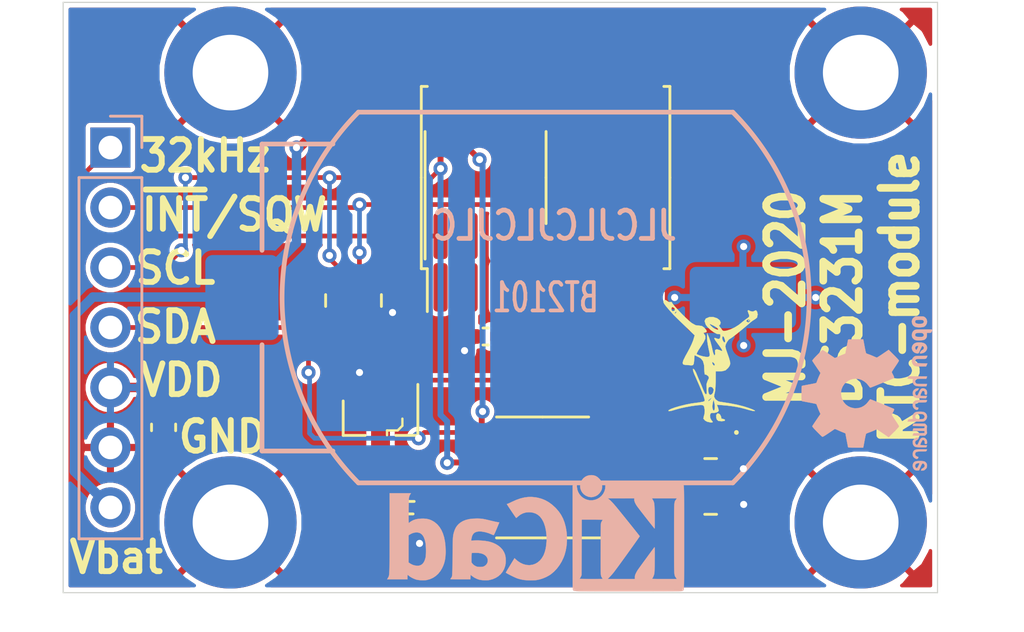
<source format=kicad_pcb>
(kicad_pcb (version 20171130) (host pcbnew 5.1.8-db9833491~87~ubuntu18.04.1)
  (layers (0 F.Cu signal) (31 B.Cu signal) (34 B.Paste user) (35 F.Paste user) (36 B.SilkS user) (37 F.SilkS user) (38 B.Mask user) (39 F.Mask user) (44 Edge.Cuts user))
  (net 0 "")
  (net 1 +BATT)
  (net 2 GND)
  (net 3 VDD)
  (net 4 "Net-(D101-Pad2)")
  (net 5 /SDA)
  (net 6 /SCL)
  (net 7 /32k)
  (net 8 "Net-(JP101-Pad1)")
  (net 9 "Net-(JP102-Pad1)")
  (net 10 "Net-(JP103-Pad1)")
  (net 11 /~WEn~)
  (net 12 /PG)
  (net 13 /~INT~)
  (module Symbol:KiCad-Logo_5mm_SilkScreen (layer B.Cu) (at 70 73 180)
    (fp_text reference REF** hide)
    (fp_text value KiCad-Logo_5mm_SilkScreen hide)
  )
  (module customlib_mj_fp:TP_SMD_1.2c (layer F.Cu) (at 75.495 73.676)
    (fp_text reference TP103 hide)
    (fp_text value TP hide)
    (pad 1 smd circle (at 0 0) (size 1.2 1.2) (layers F.Cu F.Mask) (net 2 GND))
  )
  (module customlib_mj_fp:TP_SMD_1.2c (layer F.Cu) (at 77.146 73.676)
    (fp_text reference TP102 hide)
    (fp_text value TP hide)
    (pad 1 smd circle (at 0 0) (size 1.2 1.2) (layers F.Cu F.Mask) (net 2 GND))
  )
  (module customlib_mj_fp:TP_SMD_1.2c (layer F.Cu) (at 73.844 73.676)
    (fp_text reference TP101 hide)
    (fp_text value TP hide)
    (pad 1 smd circle (at 0 0) (size 1.2 1.2) (layers F.Cu F.Mask) (net 2 GND))
  )
  (module customlib_mj_fp:db2_ud_0402 (layer F.Cu) (at 75.114 69.485)
    (fp_text reference JP103 hide)
    (fp_text value dogbone_2_ud)
    (pad 2 smd rect (at 0.45 0) (size 0.4 0.6) (layers F.Cu F.Mask) (net 10 "Net-(JP103-Pad1)"))
    (pad 1 smd rect (at -0.45 0) (size 0.4 0.6) (layers F.Cu F.Mask) (net 10 "Net-(JP103-Pad1)"))
  )
  (module customlib_mj_fp:db2_ud_0402 (layer F.Cu) (at 75.114 70.755)
    (fp_text reference JP102 hide)
    (fp_text value dogbone_2_ud)
    (pad 2 smd rect (at 0.45 0) (size 0.4 0.6) (layers F.Cu F.Mask) (net 9 "Net-(JP102-Pad1)"))
    (pad 1 smd rect (at -0.45 0) (size 0.4 0.6) (layers F.Cu F.Mask) (net 9 "Net-(JP102-Pad1)"))
  )
  (module customlib_mj_fp:db2_ud_0402 (layer F.Cu) (at 75.114 72.025)
    (fp_text reference JP101 hide)
    (fp_text value dogbone_2_ud)
    (pad 2 smd rect (at 0.45 0) (size 0.4 0.6) (layers F.Cu F.Mask) (net 8 "Net-(JP101-Pad1)"))
    (pad 1 smd rect (at -0.45 0) (size 0.4 0.6) (layers F.Cu F.Mask) (net 8 "Net-(JP101-Pad1)"))
  )
  (module Resistor_SMD:R_Array_Convex_4x0402 (layer F.Cu) (at 77.4 70.501)
    (fp_text reference RN102 hide)
    (fp_text value 4k7_4x0402)
    (pad 5 smd rect (at 0.5 0.75) (size 0.5 0.4) (layers F.Cu F.Paste F.Mask) (net 3 VDD))
    (pad 6 smd rect (at 0.5 0.25) (size 0.5 0.3) (layers F.Cu F.Paste F.Mask) (net 3 VDD))
    (pad 8 smd rect (at 0.5 -0.75) (size 0.5 0.4) (layers F.Cu F.Paste F.Mask) (net 3 VDD))
    (pad 7 smd rect (at 0.5 -0.25) (size 0.5 0.3) (layers F.Cu F.Paste F.Mask) (net 3 VDD))
    (pad 4 smd rect (at -0.5 0.75) (size 0.5 0.4) (layers F.Cu F.Paste F.Mask) (net 8 "Net-(JP101-Pad1)"))
    (pad 2 smd rect (at -0.5 -0.25) (size 0.5 0.3) (layers F.Cu F.Paste F.Mask) (net 10 "Net-(JP103-Pad1)"))
    (pad 3 smd rect (at -0.5 0.25) (size 0.5 0.3) (layers F.Cu F.Paste F.Mask) (net 9 "Net-(JP102-Pad1)"))
    (pad 1 smd rect (at -0.5 -0.75) (size 0.5 0.4) (layers F.Cu F.Paste F.Mask) (net 4 "Net-(D101-Pad2)"))
  )
  (module Resistor_SMD:R_Array_Convex_4x0402 (layer F.Cu) (at 62.287 62.627 270)
    (fp_text reference RN101 hide)
    (fp_text value 4k7_4x0402)
    (pad 5 smd rect (at 0.5 0.75 270) (size 0.5 0.4) (layers F.Cu F.Paste F.Mask) (net 3 VDD))
    (pad 6 smd rect (at 0.5 0.25 270) (size 0.5 0.3) (layers F.Cu F.Paste F.Mask) (net 3 VDD))
    (pad 8 smd rect (at 0.5 -0.75 270) (size 0.5 0.4) (layers F.Cu F.Paste F.Mask) (net 3 VDD))
    (pad 7 smd rect (at 0.5 -0.25 270) (size 0.5 0.3) (layers F.Cu F.Paste F.Mask) (net 3 VDD))
    (pad 4 smd rect (at -0.5 0.75 270) (size 0.5 0.4) (layers F.Cu F.Paste F.Mask) (net 5 /SDA))
    (pad 2 smd rect (at -0.5 -0.25 270) (size 0.5 0.3) (layers F.Cu F.Paste F.Mask) (net 13 /~INT~))
    (pad 3 smd rect (at -0.5 0.25 270) (size 0.5 0.3) (layers F.Cu F.Paste F.Mask) (net 6 /SCL))
    (pad 1 smd rect (at -0.5 -0.75 270) (size 0.5 0.4) (layers F.Cu F.Paste F.Mask) (net 7 /32k))
  )
  (module Symbol:OSHW-Logo2_7.3x6mm_SilkScreen (layer B.Cu) (at 84.004 66.564 270)
    (fp_text reference LOGO101 hide)
    (fp_text value Logo_Open_Hardware_Small hide)
  )
  (module customlib_mj_fp:MJ_Mini (layer F.Cu) (at 77.4 65.2)
    (fp_text reference Logo101 hide)
    (fp_text value Logo_MJ hide)
  )
  (module MountingHole:MountingHole_3.2mm_M3_DIN965_Pad (layer F.Cu) (at 83.75 72.025)
    (fp_text reference H104 hide)
    (fp_text value MountingHole_Pad)
    (pad 1 thru_hole circle (at 0 0) (size 5.6 5.6) (drill 3.2) (layers *.Cu *.Mask) (net 2 GND))
  )
  (module Package_SO:SOIC-8_3.9x4.9mm_P1.27mm (layer F.Cu) (at 67.875 57.42 90)
    (fp_text reference U2103 hide)
    (fp_text value DS3231MZ)
    (pad 8 smd roundrect (at 2.475 -1.905 90) (size 1.95 0.6) (layers F.Cu F.Paste F.Mask) (net 6 /SCL))
    (pad 7 smd roundrect (at 2.475 -0.635 90) (size 1.95 0.6) (layers F.Cu F.Paste F.Mask) (net 5 /SDA))
    (pad 6 smd roundrect (at 2.475 0.635 90) (size 1.95 0.6) (layers F.Cu F.Paste F.Mask) (net 1 +BATT))
    (pad 5 smd roundrect (at 2.475 1.905 90) (size 1.95 0.6) (layers F.Cu F.Paste F.Mask) (net 2 GND))
    (pad 4 smd roundrect (at -2.475 1.905 90) (size 1.95 0.6) (layers F.Cu F.Paste F.Mask) (net 12 /PG))
    (pad 3 smd roundrect (at -2.475 0.635 90) (size 1.95 0.6) (layers F.Cu F.Paste F.Mask) (net 13 /~INT~))
    (pad 2 smd roundrect (at -2.475 -0.635 90) (size 1.95 0.6) (layers F.Cu F.Paste F.Mask) (net 3 VDD))
    (pad 1 smd roundrect (at -2.475 -1.905 90) (size 1.95 0.6) (layers F.Cu F.Paste F.Mask) (net 7 /32k))
  )
  (module Package_SO:SO-8_3.9x4.9mm_P1.27mm (layer F.Cu) (at 70.288 70.12 180)
    (fp_text reference U2102 hide)
    (fp_text value CAT24C256)
    (pad 8 smd roundrect (at 2.575 -1.905 180) (size 1.75 0.6) (layers F.Cu F.Paste F.Mask) (net 3 VDD))
    (pad 7 smd roundrect (at 2.575 -0.635 180) (size 1.75 0.6) (layers F.Cu F.Paste F.Mask) (net 11 /~WEn~))
    (pad 6 smd roundrect (at 2.575 0.635 180) (size 1.75 0.6) (layers F.Cu F.Paste F.Mask) (net 6 /SCL))
    (pad 5 smd roundrect (at 2.575 1.905 180) (size 1.75 0.6) (layers F.Cu F.Paste F.Mask) (net 5 /SDA))
    (pad 4 smd roundrect (at -2.575 1.905 180) (size 1.75 0.6) (layers F.Cu F.Paste F.Mask) (net 2 GND))
    (pad 3 smd roundrect (at -2.575 0.635 180) (size 1.75 0.6) (layers F.Cu F.Paste F.Mask) (net 10 "Net-(JP103-Pad1)"))
    (pad 2 smd roundrect (at -2.575 -0.635 180) (size 1.75 0.6) (layers F.Cu F.Paste F.Mask) (net 9 "Net-(JP102-Pad1)"))
    (pad 1 smd roundrect (at -2.575 -1.905 180) (size 1.75 0.6) (layers F.Cu F.Paste F.Mask) (net 8 "Net-(JP101-Pad1)"))
  )
  (module Package_SO:SOIC-16W_7.5x10.3mm_P1.27mm (layer F.Cu) (at 70.415 57.42 90)
    (fp_text reference U2101 hide)
    (fp_text value DS3231M)
    (pad 16 smd roundrect (at 4.65 -4.445 90) (size 2.05 0.6) (layers F.Cu F.Paste F.Mask) (net 6 /SCL))
    (pad 15 smd roundrect (at 4.65 -3.175 90) (size 2.05 0.6) (layers F.Cu F.Paste F.Mask) (net 5 /SDA))
    (pad 14 smd roundrect (at 4.65 -1.905 90) (size 2.05 0.6) (layers F.Cu F.Paste F.Mask) (net 1 +BATT))
    (pad 13 smd roundrect (at 4.65 -0.635 90) (size 2.05 0.6) (layers F.Cu F.Paste F.Mask) (net 2 GND))
    (pad 12 smd roundrect (at 4.65 0.635 90) (size 2.05 0.6) (layers F.Cu F.Paste F.Mask) (net 2 GND))
    (pad 11 smd roundrect (at 4.65 1.905 90) (size 2.05 0.6) (layers F.Cu F.Paste F.Mask) (net 2 GND))
    (pad 10 smd roundrect (at 4.65 3.175 90) (size 2.05 0.6) (layers F.Cu F.Paste F.Mask) (net 2 GND))
    (pad 9 smd roundrect (at 4.65 4.445 90) (size 2.05 0.6) (layers F.Cu F.Paste F.Mask) (net 2 GND))
    (pad 8 smd roundrect (at -4.65 4.445 90) (size 2.05 0.6) (layers F.Cu F.Paste F.Mask) (net 2 GND))
    (pad 7 smd roundrect (at -4.65 3.175 90) (size 2.05 0.6) (layers F.Cu F.Paste F.Mask) (net 2 GND))
    (pad 6 smd roundrect (at -4.65 1.905 90) (size 2.05 0.6) (layers F.Cu F.Paste F.Mask) (net 2 GND))
    (pad 5 smd roundrect (at -4.65 0.635 90) (size 2.05 0.6) (layers F.Cu F.Paste F.Mask) (net 2 GND))
    (pad 4 smd roundrect (at -4.65 -0.635 90) (size 2.05 0.6) (layers F.Cu F.Paste F.Mask) (net 12 /PG))
    (pad 3 smd roundrect (at -4.65 -1.905 90) (size 2.05 0.6) (layers F.Cu F.Paste F.Mask) (net 13 /~INT~))
    (pad 2 smd roundrect (at -4.65 -3.175 90) (size 2.05 0.6) (layers F.Cu F.Paste F.Mask) (net 3 VDD))
    (pad 1 smd roundrect (at -4.65 -4.445 90) (size 2.05 0.6) (layers F.Cu F.Paste F.Mask) (net 7 /32k))
  )
  (module Resistor_SMD:R_0402_1005Metric (layer F.Cu) (at 64.7 70.755 180)
    (fp_text reference R2101 hide)
    (fp_text value 10k)
    (pad 2 smd roundrect (at 0.51 0 180) (size 0.54 0.64) (layers F.Cu F.Paste F.Mask) (net 2 GND))
    (pad 1 smd roundrect (at -0.51 0 180) (size 0.54 0.64) (layers F.Cu F.Paste F.Mask) (net 11 /~WEn~))
  )
  (module bobs:SOT-523 (layer F.Cu) (at 63.43 67.58 180)
    (fp_text reference Q2102 hide)
    (fp_text value DMG1013T)
    (pad 2 smd rect (at 0.5 0.65 180) (size 0.4 0.51) (layers F.Cu F.Paste F.Mask) (net 3 VDD))
    (pad 1 smd rect (at -0.5 0.65 180) (size 0.4 0.51) (layers F.Cu F.Paste F.Mask) (net 12 /PG))
    (pad 3 smd rect (at 0 -0.65 180) (size 0.4 0.51) (layers F.Cu F.Paste F.Mask) (net 11 /~WEn~))
  )
  (module Package_TO_SOT_SMD:SOT-23 (layer F.Cu) (at 63.43 67.58 270)
    (fp_text reference Q2101 hide)
    (fp_text value AO3401A)
    (pad 3 smd rect (at 1 0 270) (size 0.9 0.8) (layers F.Cu F.Paste F.Mask) (net 11 /~WEn~))
    (pad 2 smd rect (at -1 0.95 270) (size 0.9 0.8) (layers F.Cu F.Paste F.Mask) (net 3 VDD))
    (pad 1 smd rect (at -1 -0.95 270) (size 0.9 0.8) (layers F.Cu F.Paste F.Mask) (net 12 /PG))
  )
  (module Connector_PinHeader_2.54mm:PinHeader_1x07_P2.54mm_Vertical (layer B.Cu) (at 52 56.15 180)
    (fp_text reference J101 hide)
    (fp_text value Conn_01x07)
    (pad 7 thru_hole oval (at 0 -15.24 180) (size 1.7 1.7) (drill 1) (layers *.Cu *.Mask) (net 1 +BATT))
    (pad 6 thru_hole oval (at 0 -12.7 180) (size 1.7 1.7) (drill 1) (layers *.Cu *.Mask) (net 2 GND))
    (pad 5 thru_hole oval (at 0 -10.16 180) (size 1.7 1.7) (drill 1) (layers *.Cu *.Mask) (net 3 VDD))
    (pad 4 thru_hole oval (at 0 -7.62 180) (size 1.7 1.7) (drill 1) (layers *.Cu *.Mask) (net 5 /SDA))
    (pad 3 thru_hole oval (at 0 -5.08 180) (size 1.7 1.7) (drill 1) (layers *.Cu *.Mask) (net 6 /SCL))
    (pad 2 thru_hole oval (at 0 -2.54 180) (size 1.7 1.7) (drill 1) (layers *.Cu *.Mask) (net 13 /~INT~))
    (pad 1 thru_hole rect (at 0 0 180) (size 1.7 1.7) (drill 1) (layers *.Cu *.Mask) (net 7 /32k))
  )
  (module MountingHole:MountingHole_3.2mm_M3_DIN965_Pad (layer F.Cu) (at 57.08 52.975)
    (fp_text reference H103 hide)
    (fp_text value MountingHole_Pad)
    (pad 1 thru_hole circle (at 0 0) (size 5.6 5.6) (drill 3.2) (layers *.Cu *.Mask) (net 2 GND))
  )
  (module MountingHole:MountingHole_3.2mm_M3_DIN965_Pad (layer F.Cu) (at 83.75 52.975)
    (fp_text reference H102 hide)
    (fp_text value MountingHole_Pad)
    (pad 1 thru_hole circle (at 0 0) (size 5.6 5.6) (drill 3.2) (layers *.Cu *.Mask) (net 2 GND))
  )
  (module MountingHole:MountingHole_3.2mm_M3_DIN965_Pad (layer F.Cu) (at 57.08 72.025)
    (fp_text reference H101 hide)
    (fp_text value MountingHole_Pad)
    (pad 1 thru_hole circle (at 0 0) (size 5.6 5.6) (drill 3.2) (layers *.Cu *.Mask) (net 2 GND))
  )
  (module LED_SMD:LED_0402_1005Metric (layer F.Cu) (at 77.4 68.215 180)
    (fp_text reference D101 hide)
    (fp_text value Green)
    (pad 2 smd roundrect (at 0.485 0 180) (size 0.59 0.64) (layers F.Cu F.Paste F.Mask) (net 4 "Net-(D101-Pad2)"))
    (pad 1 smd roundrect (at -0.485 0 180) (size 0.59 0.64) (layers F.Cu F.Paste F.Mask) (net 2 GND))
  )
  (module Capacitor_SMD:C_0402_1005Metric (layer F.Cu) (at 67.875 64.151 180)
    (fp_text reference C2103 hide)
    (fp_text value 100n)
    (pad 2 smd roundrect (at 0.48 0 180) (size 0.56 0.62) (layers F.Cu F.Paste F.Mask) (net 3 VDD))
    (pad 1 smd roundrect (at -0.48 0 180) (size 0.56 0.62) (layers F.Cu F.Paste F.Mask) (net 2 GND))
  )
  (module Capacitor_SMD:C_0402_1005Metric (layer F.Cu) (at 64.7 72.025)
    (fp_text reference C2102 hide)
    (fp_text value 100n)
    (pad 2 smd roundrect (at 0.48 0) (size 0.56 0.62) (layers F.Cu F.Paste F.Mask) (net 3 VDD))
    (pad 1 smd roundrect (at -0.48 0) (size 0.56 0.62) (layers F.Cu F.Paste F.Mask) (net 2 GND))
  )
  (module Capacitor_SMD:C_0603_1608Metric (layer F.Cu) (at 54.25 68 90)
    (fp_text reference C101 hide)
    (fp_text value 1u)
    (pad 2 smd roundrect (at 0.775 0 90) (size 0.9 0.95) (layers F.Cu F.Paste F.Mask) (net 3 VDD))
    (pad 1 smd roundrect (at -0.775 0 90) (size 0.9 0.95) (layers F.Cu F.Paste F.Mask) (net 2 GND))
  )
  (module customlib_mj_fp:CR2032_coincell_holder (layer B.Cu) (at 70.415 62.5 180)
    (fp_text reference BT2101 (at 0 0) (layer B.SilkS) (effects (font (size 1.2 0.8) (thickness 0.16)) (justify mirror)))
    (fp_text value CR2032_Backup)
    (pad 1 smd roundrect (at 12.85 0 180) (size 3.1 3.6) (layers B.Cu B.Paste B.Mask) (roundrect_rratio 0.1) (net 1 +BATT))
    (pad 2 smd roundrect (at -8.35 0 180) (size 4.5 2.6) (layers B.Cu B.Paste B.Mask) (roundrect_rratio 0.1) (net 2 GND))
  )
  (gr_text Vbat (at 52.25 73.5) (layer F.SilkS) (effects (font (size 1.3 1.2) (thickness 0.25))))
  (gr_text GND (at 56.75 68.4) (layer F.SilkS) (effects (font (size 1.3 1.2) (thickness 0.25))))
  (gr_text VDD (at 55 66) (layer F.SilkS) (effects (font (size 1.3 1.2) (thickness 0.25))))
  (gr_text SDA (at 54.75 63.75) (layer F.SilkS) (effects (font (size 1.3 1.2) (thickness 0.25))))
  (gr_text SCL (at 54.75 61.25) (layer F.SilkS) (effects (font (size 1.3 1.2) (thickness 0.25))))
  (gr_text ~INT~/SQW (at 57.25 59) (layer F.SilkS) (effects (font (size 1.3 1.2) (thickness 0.25))))
  (gr_text 32kHz (at 56 56.5) (layer F.SilkS) (effects (font (size 1.3 1.2) (thickness 0.25))))
  (gr_text JLCJLCJLCJLC (at 70.796 59.452) (layer B.SilkS) (effects (font (size 1.2 1) (thickness 0.2)) (justify mirror)))
  (gr_text "MJ-2020\nDS3231M\nRTC-module" (at 82.988 62.5 90) (layer F.SilkS) (effects (font (size 1.5 1.3) (thickness 0.325))))
  (gr_line (start 50 75) (end 50 50) (layer Edge.Cuts) (width 0.05))
  (gr_line (start 87 75) (end 50 75) (layer Edge.Cuts) (width 0.05))
  (gr_line (start 87 50) (end 87 75) (layer Edge.Cuts) (width 0.05))
  (gr_line (start 50 50) (end 87 50) (layer Edge.Cuts) (width 0.05))
  (segment (start 68.51 52.77) (end 68.51 54.945) (width 0.2) (layer F.Cu) (net 1))
  (via (at 59.874 56.15) (size 0.6) (drill 0.3) (layers F.Cu B.Cu) (net 1))
  (segment (start 59.874 60.191) (end 57.565 62.5) (width 0.4) (layer B.Cu) (net 1))
  (segment (start 59.874 56.15) (end 59.874 60.191) (width 0.4) (layer B.Cu) (net 1))
  (segment (start 57.545001 62.480001) (end 57.565 62.5) (width 0.4) (layer B.Cu) (net 1))
  (segment (start 51.257999 62.480001) (end 57.545001 62.480001) (width 0.4) (layer B.Cu) (net 1))
  (segment (start 50.476 63.262) (end 51.257999 62.480001) (width 0.4) (layer B.Cu) (net 1))
  (segment (start 52 71.39) (end 50.476 69.866) (width 0.4) (layer B.Cu) (net 1))
  (segment (start 50.476 69.866) (end 50.476 63.262) (width 0.4) (layer B.Cu) (net 1))
  (segment (start 60.001 56.15) (end 59.874 56.15) (width 0.4) (layer F.Cu) (net 1))
  (segment (start 68.51 52.77) (end 68.51 51.197) (width 0.4) (layer F.Cu) (net 1))
  (segment (start 61.906 50.943) (end 61.271 51.578) (width 0.4) (layer F.Cu) (net 1))
  (segment (start 61.271 51.578) (end 61.271 54.88) (width 0.4) (layer F.Cu) (net 1))
  (segment (start 68.51 51.197) (end 68.256 50.943) (width 0.4) (layer F.Cu) (net 1))
  (segment (start 68.256 50.943) (end 61.906 50.943) (width 0.4) (layer F.Cu) (net 1))
  (segment (start 61.271 54.88) (end 60.001 56.15) (width 0.4) (layer F.Cu) (net 1))
  (segment (start 69.78 52.77) (end 69.78 54.945) (width 0.2) (layer F.Cu) (net 2))
  (via (at 78.797 60.341) (size 0.6) (drill 0.3) (layers F.Cu B.Cu) (net 2))
  (segment (start 78.765 62.5) (end 78.765 60.373) (width 0.3) (layer B.Cu) (net 2))
  (segment (start 78.765 60.373) (end 78.797 60.341) (width 0.3) (layer B.Cu) (net 2))
  (via (at 81.845 62.5) (size 0.6) (drill 0.3) (layers F.Cu B.Cu) (net 2))
  (segment (start 78.765 62.5) (end 81.845 62.5) (width 0.3) (layer B.Cu) (net 2))
  (via (at 78.797 64.532) (size 0.6) (drill 0.3) (layers F.Cu B.Cu) (net 2))
  (segment (start 78.765 62.5) (end 78.765 64.5) (width 0.3) (layer B.Cu) (net 2))
  (segment (start 78.765 64.5) (end 78.797 64.532) (width 0.3) (layer B.Cu) (net 2))
  (via (at 75.876 62.5) (size 0.6) (drill 0.3) (layers F.Cu B.Cu) (net 2))
  (segment (start 78.765 62.5) (end 75.876 62.5) (width 0.3) (layer B.Cu) (net 2))
  (segment (start 62.58 66.58) (end 62.93 66.93) (width 0.25) (layer F.Cu) (net 3))
  (segment (start 62.48 66.58) (end 62.58 66.58) (width 0.25) (layer F.Cu) (net 3))
  (segment (start 61.537 63.127) (end 62.037 63.127) (width 0.25) (layer F.Cu) (net 3))
  (segment (start 62.037 63.127) (end 62.537 63.127) (width 0.25) (layer F.Cu) (net 3))
  (segment (start 63.037 63.127) (end 62.537 63.127) (width 0.25) (layer F.Cu) (net 3))
  (segment (start 67.24 59.895) (end 67.24 62.07) (width 0.25) (layer F.Cu) (net 3))
  (segment (start 67.24 63.996) (end 67.395 64.151) (width 0.25) (layer F.Cu) (net 3))
  (segment (start 67.24 62.07) (end 67.24 63.996) (width 0.25) (layer F.Cu) (net 3))
  (via (at 63.938 63.135) (size 0.6) (drill 0.3) (layers F.Cu B.Cu) (net 3))
  (segment (start 63.037 63.127) (end 63.93 63.127) (width 0.25) (layer F.Cu) (net 3))
  (segment (start 63.93 63.127) (end 63.938 63.135) (width 0.25) (layer F.Cu) (net 3))
  (via (at 62.541 65.675) (size 0.6) (drill 0.3) (layers F.Cu B.Cu) (net 3))
  (segment (start 62.48 66.58) (end 62.48 65.736) (width 0.25) (layer F.Cu) (net 3))
  (segment (start 62.48 65.736) (end 62.541 65.675) (width 0.25) (layer F.Cu) (net 3))
  (segment (start 67.713 72.025) (end 65.18 72.025) (width 0.3) (layer F.Cu) (net 3))
  (via (at 65.081 72.914) (size 0.6) (drill 0.3) (layers F.Cu B.Cu) (net 3))
  (segment (start 65.18 72.025) (end 65.18 72.815) (width 0.3) (layer F.Cu) (net 3))
  (segment (start 65.18 72.815) (end 65.081 72.914) (width 0.3) (layer F.Cu) (net 3))
  (segment (start 77.9 69.751) (end 77.9 70.251) (width 0.25) (layer F.Cu) (net 3))
  (segment (start 77.9 70.251) (end 77.9 70.751) (width 0.25) (layer F.Cu) (net 3))
  (segment (start 77.9 70.751) (end 77.9 71.251) (width 0.25) (layer F.Cu) (net 3))
  (via (at 78.797 71.263) (size 0.6) (drill 0.3) (layers F.Cu B.Cu) (net 3))
  (segment (start 77.9 71.251) (end 78.785 71.251) (width 0.25) (layer F.Cu) (net 3))
  (segment (start 78.785 71.251) (end 78.797 71.263) (width 0.25) (layer F.Cu) (net 3))
  (segment (start 77.9 69.751) (end 78.785 69.751) (width 0.25) (layer F.Cu) (net 3))
  (via (at 78.785 69.751) (size 0.6) (drill 0.3) (layers F.Cu B.Cu) (net 3))
  (segment (start 53.335 66.31) (end 54.25 67.225) (width 0.4) (layer F.Cu) (net 3))
  (segment (start 52 66.31) (end 53.335 66.31) (width 0.4) (layer F.Cu) (net 3))
  (segment (start 67.395 64.341) (end 66.986 64.75) (width 0.25) (layer F.Cu) (net 3))
  (segment (start 67.395 64.151) (end 67.395 64.341) (width 0.25) (layer F.Cu) (net 3))
  (via (at 66.986 64.75) (size 0.6) (drill 0.3) (layers F.Cu B.Cu) (net 3))
  (segment (start 76.9 68.23) (end 76.915 68.215) (width 0.2) (layer F.Cu) (net 4))
  (segment (start 76.9 69.751) (end 76.9 68.23) (width 0.2) (layer F.Cu) (net 4))
  (segment (start 67.24 52.77) (end 67.24 54.945) (width 0.2) (layer F.Cu) (net 5))
  (via (at 67.748 67.326) (size 0.6) (drill 0.3) (layers F.Cu B.Cu) (net 5))
  (segment (start 67.713 68.215) (end 67.713 67.361) (width 0.25) (layer F.Cu) (net 5))
  (segment (start 67.713 67.361) (end 67.748 67.326) (width 0.25) (layer F.Cu) (net 5))
  (via (at 67.621 56.658) (size 0.6) (drill 0.3) (layers F.Cu B.Cu) (net 5))
  (segment (start 67.748 67.326) (end 67.748 56.785) (width 0.25) (layer B.Cu) (net 5))
  (segment (start 67.748 56.785) (end 67.621 56.658) (width 0.25) (layer B.Cu) (net 5))
  (segment (start 67.24 56.277) (end 67.24 54.945) (width 0.25) (layer F.Cu) (net 5))
  (segment (start 67.621 56.658) (end 67.24 56.277) (width 0.25) (layer F.Cu) (net 5))
  (via (at 60.382 65.675) (size 0.6) (drill 0.3) (layers F.Cu B.Cu) (net 5))
  (segment (start 52 63.77) (end 60.382 63.77) (width 0.2) (layer F.Cu) (net 5))
  (segment (start 61.136 62.127) (end 61.152 62.127) (width 0.2) (layer F.Cu) (net 5))
  (segment (start 61.537 62.127) (end 61.136 62.127) (width 0.2) (layer F.Cu) (net 5))
  (segment (start 60.382 65.675) (end 60.382 62.5) (width 0.2) (layer F.Cu) (net 5))
  (segment (start 60.755 62.127) (end 61.136 62.127) (width 0.2) (layer F.Cu) (net 5))
  (segment (start 60.382 62.5) (end 60.755 62.127) (width 0.2) (layer F.Cu) (net 5))
  (via (at 65.039765 68.460235) (size 0.6) (drill 0.3) (layers F.Cu B.Cu) (net 5))
  (segment (start 67.713 68.215) (end 65.285 68.215) (width 0.2) (layer F.Cu) (net 5))
  (segment (start 65.285 68.215) (end 65.039765 68.460235) (width 0.2) (layer F.Cu) (net 5))
  (segment (start 65.039765 68.460235) (end 60.710235 68.460235) (width 0.2) (layer B.Cu) (net 5))
  (segment (start 60.427999 65.720999) (end 60.382 65.675) (width 0.2) (layer B.Cu) (net 5))
  (segment (start 60.427999 68.25) (end 60.427999 65.720999) (width 0.2) (layer B.Cu) (net 5))
  (segment (start 60.638234 68.460235) (end 60.710235 68.460235) (width 0.2) (layer B.Cu) (net 5))
  (segment (start 60.427999 68.25) (end 60.638234 68.460235) (width 0.2) (layer B.Cu) (net 5))
  (segment (start 65.97 52.77) (end 65.97 54.945) (width 0.2) (layer F.Cu) (net 6))
  (via (at 55.175 57.42) (size 0.6) (drill 0.3) (layers F.Cu B.Cu) (net 6))
  (segment (start 55.175004 57.419996) (end 55.175 57.42) (width 0.2) (layer F.Cu) (net 6))
  (segment (start 62.037 62.127) (end 62.037 61.615) (width 0.2) (layer F.Cu) (net 6))
  (via (at 61.271 60.722) (size 0.6) (drill 0.3) (layers F.Cu B.Cu) (net 6))
  (segment (start 62.037 61.615) (end 61.271 60.849) (width 0.2) (layer F.Cu) (net 6))
  (segment (start 61.271 60.849) (end 61.271 60.722) (width 0.2) (layer F.Cu) (net 6))
  (via (at 61.271004 57.419996) (size 0.6) (drill 0.3) (layers F.Cu B.Cu) (net 6))
  (segment (start 61.271 57.42) (end 61.271004 57.419996) (width 0.2) (layer B.Cu) (net 6))
  (segment (start 61.271 60.722) (end 61.271 57.42) (width 0.2) (layer B.Cu) (net 6))
  (segment (start 61.271004 57.419996) (end 55.175004 57.419996) (width 0.2) (layer F.Cu) (net 6))
  (segment (start 61.271004 57.419996) (end 65.589004 57.419996) (width 0.2) (layer F.Cu) (net 6))
  (segment (start 65.589004 57.419996) (end 65.97 57.039) (width 0.2) (layer F.Cu) (net 6))
  (segment (start 65.97 54.945) (end 65.97 57.039) (width 0.25) (layer F.Cu) (net 6))
  (via (at 65.97 57.039) (size 0.6) (drill 0.3) (layers F.Cu B.Cu) (net 6))
  (via (at 55 60.500002) (size 0.6) (drill 0.3) (layers F.Cu B.Cu) (net 6))
  (segment (start 55.175 57.42) (end 55.175 60.325002) (width 0.2) (layer B.Cu) (net 6))
  (segment (start 54.270002 61.23) (end 55 60.500002) (width 0.2) (layer F.Cu) (net 6))
  (segment (start 55.175 60.325002) (end 55 60.500002) (width 0.2) (layer B.Cu) (net 6))
  (segment (start 52 61.23) (end 54.270002 61.23) (width 0.2) (layer F.Cu) (net 6))
  (segment (start 67.713 69.485) (end 66.265 69.485) (width 0.25) (layer F.Cu) (net 6))
  (via (at 66.25 69.5) (size 0.6) (drill 0.3) (layers F.Cu B.Cu) (net 6))
  (segment (start 66.265 69.485) (end 66.25 69.5) (width 0.25) (layer F.Cu) (net 6))
  (segment (start 66.25 67.75) (end 66.25 69.5) (width 0.25) (layer B.Cu) (net 6))
  (segment (start 65.97 57.039) (end 65.97 67.47) (width 0.25) (layer B.Cu) (net 6))
  (segment (start 65.97 67.47) (end 66.25 67.75) (width 0.25) (layer B.Cu) (net 6))
  (segment (start 65.97 59.895) (end 65.97 62.07) (width 0.2) (layer F.Cu) (net 7))
  (segment (start 65.97 59.895) (end 62.984 59.895) (width 0.2) (layer F.Cu) (net 7))
  (segment (start 50.849999 57.300001) (end 52 56.15) (width 0.2) (layer F.Cu) (net 7))
  (segment (start 50.849999 59.444999) (end 50.849999 57.300001) (width 0.2) (layer F.Cu) (net 7))
  (segment (start 62.984 59.895) (end 51.3 59.895) (width 0.2) (layer F.Cu) (net 7))
  (segment (start 51.3 59.895) (end 50.849999 59.444999) (width 0.2) (layer F.Cu) (net 7))
  (segment (start 63.141002 59.994998) (end 63.241 59.895) (width 0.2) (layer F.Cu) (net 7))
  (segment (start 63.037 62.127) (end 63.141002 62.022998) (width 0.2) (layer F.Cu) (net 7))
  (segment (start 63.141002 62.022998) (end 63.141002 59.994998) (width 0.2) (layer F.Cu) (net 7))
  (segment (start 72.863 72.025) (end 74.664 72.025) (width 0.25) (layer F.Cu) (net 8))
  (segment (start 76.126 72.025) (end 76.9 71.251) (width 0.25) (layer F.Cu) (net 8))
  (segment (start 75.564 72.025) (end 76.126 72.025) (width 0.25) (layer F.Cu) (net 8))
  (segment (start 74.664 72.025) (end 75.564 72.025) (width 0.15) (layer F.Cu) (net 8))
  (segment (start 72.863 70.755) (end 74.664 70.755) (width 0.25) (layer F.Cu) (net 9))
  (segment (start 75.568 70.751) (end 76.9 70.751) (width 0.2) (layer F.Cu) (net 9))
  (segment (start 75.564 70.755) (end 75.568 70.751) (width 0.2) (layer F.Cu) (net 9))
  (segment (start 74.664 70.755) (end 75.564 70.755) (width 0.15) (layer F.Cu) (net 9))
  (segment (start 72.863 69.485) (end 74.664 69.485) (width 0.25) (layer F.Cu) (net 10))
  (segment (start 76.33 70.251) (end 75.564 69.485) (width 0.2) (layer F.Cu) (net 10))
  (segment (start 76.9 70.251) (end 76.33 70.251) (width 0.2) (layer F.Cu) (net 10))
  (segment (start 74.664 69.485) (end 75.564 69.485) (width 0.15) (layer F.Cu) (net 10))
  (segment (start 63.43 68.58) (end 63.43 68.23) (width 0.2) (layer F.Cu) (net 11))
  (segment (start 67.713 70.755) (end 65.21 70.755) (width 0.2) (layer F.Cu) (net 11))
  (segment (start 64.75 69.9) (end 63.43 68.58) (width 0.2) (layer F.Cu) (net 11))
  (segment (start 64.75 70.25) (end 64.75 69.9) (width 0.2) (layer F.Cu) (net 11))
  (segment (start 65.21 70.755) (end 65.21 70.71) (width 0.2) (layer F.Cu) (net 11))
  (segment (start 65.21 70.71) (end 64.75 70.25) (width 0.2) (layer F.Cu) (net 11))
  (segment (start 69.78 62.07) (end 69.78 59.895) (width 0.2) (layer F.Cu) (net 12))
  (segment (start 64.03 66.93) (end 64.38 66.58) (width 0.2) (layer F.Cu) (net 12))
  (segment (start 63.93 66.93) (end 64.03 66.93) (width 0.2) (layer F.Cu) (net 12))
  (segment (start 69.78 65.548) (end 69.78 62.07) (width 0.2) (layer F.Cu) (net 12))
  (segment (start 69.328 66) (end 69.78 65.548) (width 0.2) (layer F.Cu) (net 12))
  (segment (start 64.38 66.58) (end 64.96 66) (width 0.2) (layer F.Cu) (net 12))
  (segment (start 64.96 66) (end 69.328 66) (width 0.2) (layer F.Cu) (net 12))
  (segment (start 68.51 59.895) (end 68.51 62.07) (width 0.2) (layer F.Cu) (net 13))
  (via (at 62.541 60.594992) (size 0.6) (drill 0.3) (layers F.Cu B.Cu) (net 13))
  (segment (start 62.537 60.598992) (end 62.541 60.594992) (width 0.2) (layer F.Cu) (net 13))
  (segment (start 62.537 62.127) (end 62.537 60.598992) (width 0.2) (layer F.Cu) (net 13))
  (via (at 62.541006 58.563) (size 0.6) (drill 0.3) (layers F.Cu B.Cu) (net 13))
  (segment (start 62.541 60.594992) (end 62.541 58.563006) (width 0.2) (layer B.Cu) (net 13))
  (segment (start 62.541 58.563006) (end 62.541006 58.563) (width 0.2) (layer B.Cu) (net 13))
  (segment (start 52 58.69) (end 62.414006 58.69) (width 0.2) (layer F.Cu) (net 13))
  (segment (start 62.414006 58.69) (end 62.541006 58.563) (width 0.2) (layer F.Cu) (net 13))
  (segment (start 68.129 58.563) (end 62.541006 58.563) (width 0.2) (layer F.Cu) (net 13))
  (segment (start 68.51 59.895) (end 68.51 58.944) (width 0.2) (layer F.Cu) (net 13))
  (segment (start 68.51 58.944) (end 68.129 58.563) (width 0.2) (layer F.Cu) (net 13))
  (zone (net 2) (net_name GND) (layer F.Cu) (connect_pads (clearance 0.2)) (min_thickness 0.15) (fill yes (arc_segments 32) (thermal_gap 0.3) (thermal_bridge_width 0.3) (smoothing fillet) (radius 0.5))
    (polygon (pts (xy 87 75) (xy 50 75) (xy 50 50) (xy 87 50)))
  )
  (zone (net 3) (net_name VDD) (layer B.Cu) (connect_pads (clearance 0.2)) (min_thickness 0.15) (fill yes (arc_segments 32) (thermal_gap 0.3) (thermal_bridge_width 0.3) (smoothing fillet) (radius 0.5))
    (polygon (pts (xy 87 75) (xy 50 75) (xy 50 50) (xy 87 50)))
  )
)
</source>
